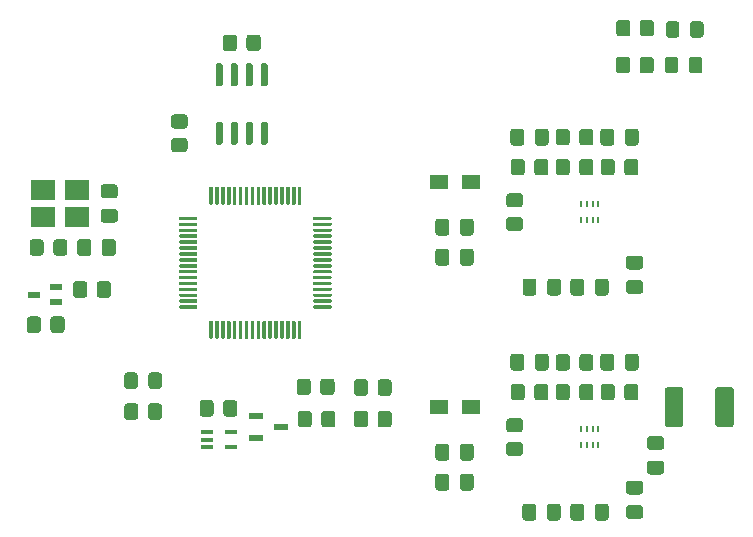
<source format=gtp>
G04 #@! TF.GenerationSoftware,KiCad,Pcbnew,(5.1.12)-1*
G04 #@! TF.CreationDate,2022-07-24T10:45:22+02:00*
G04 #@! TF.ProjectId,telemetria tyl,74656c65-6d65-4747-9269-612074796c2e,rev?*
G04 #@! TF.SameCoordinates,Original*
G04 #@! TF.FileFunction,Paste,Top*
G04 #@! TF.FilePolarity,Positive*
%FSLAX46Y46*%
G04 Gerber Fmt 4.6, Leading zero omitted, Abs format (unit mm)*
G04 Created by KiCad (PCBNEW (5.1.12)-1) date 2022-07-24 10:45:22*
%MOMM*%
%LPD*%
G01*
G04 APERTURE LIST*
%ADD10R,0.250000X0.600000*%
%ADD11R,1.500000X1.200000*%
%ADD12R,2.100000X1.800000*%
%ADD13R,1.000000X0.550000*%
%ADD14R,1.050000X0.400000*%
%ADD15R,1.300000X0.600000*%
G04 APERTURE END LIST*
D10*
X184670000Y-136590000D03*
X185170000Y-136590000D03*
X185670000Y-136590000D03*
X186170000Y-136590000D03*
X186170000Y-135190000D03*
X185670000Y-135190000D03*
X185170000Y-135190000D03*
X184670000Y-135190000D03*
G36*
G01*
X183795000Y-142715000D02*
X183795000Y-141765000D01*
G75*
G02*
X184045000Y-141515000I250000J0D01*
G01*
X184720000Y-141515000D01*
G75*
G02*
X184970000Y-141765000I0J-250000D01*
G01*
X184970000Y-142715000D01*
G75*
G02*
X184720000Y-142965000I-250000J0D01*
G01*
X184045000Y-142965000D01*
G75*
G02*
X183795000Y-142715000I0J250000D01*
G01*
G37*
G36*
G01*
X185870000Y-142715000D02*
X185870000Y-141765000D01*
G75*
G02*
X186120000Y-141515000I250000J0D01*
G01*
X186795000Y-141515000D01*
G75*
G02*
X187045000Y-141765000I0J-250000D01*
G01*
X187045000Y-142715000D01*
G75*
G02*
X186795000Y-142965000I-250000J0D01*
G01*
X186120000Y-142965000D01*
G75*
G02*
X185870000Y-142715000I0J250000D01*
G01*
G37*
G36*
G01*
X185870000Y-123665000D02*
X185870000Y-122715000D01*
G75*
G02*
X186120000Y-122465000I250000J0D01*
G01*
X186795000Y-122465000D01*
G75*
G02*
X187045000Y-122715000I0J-250000D01*
G01*
X187045000Y-123665000D01*
G75*
G02*
X186795000Y-123915000I-250000J0D01*
G01*
X186120000Y-123915000D01*
G75*
G02*
X185870000Y-123665000I0J250000D01*
G01*
G37*
G36*
G01*
X183795000Y-123665000D02*
X183795000Y-122715000D01*
G75*
G02*
X184045000Y-122465000I250000J0D01*
G01*
X184720000Y-122465000D01*
G75*
G02*
X184970000Y-122715000I0J-250000D01*
G01*
X184970000Y-123665000D01*
G75*
G02*
X184720000Y-123915000I-250000J0D01*
G01*
X184045000Y-123915000D01*
G75*
G02*
X183795000Y-123665000I0J250000D01*
G01*
G37*
G36*
G01*
X179752500Y-123665000D02*
X179752500Y-122715000D01*
G75*
G02*
X180002500Y-122465000I250000J0D01*
G01*
X180677500Y-122465000D01*
G75*
G02*
X180927500Y-122715000I0J-250000D01*
G01*
X180927500Y-123665000D01*
G75*
G02*
X180677500Y-123915000I-250000J0D01*
G01*
X180002500Y-123915000D01*
G75*
G02*
X179752500Y-123665000I0J250000D01*
G01*
G37*
G36*
G01*
X181827500Y-123665000D02*
X181827500Y-122715000D01*
G75*
G02*
X182077500Y-122465000I250000J0D01*
G01*
X182752500Y-122465000D01*
G75*
G02*
X183002500Y-122715000I0J-250000D01*
G01*
X183002500Y-123665000D01*
G75*
G02*
X182752500Y-123915000I-250000J0D01*
G01*
X182077500Y-123915000D01*
G75*
G02*
X181827500Y-123665000I0J250000D01*
G01*
G37*
G36*
G01*
X179731000Y-142715000D02*
X179731000Y-141765000D01*
G75*
G02*
X179981000Y-141515000I250000J0D01*
G01*
X180656000Y-141515000D01*
G75*
G02*
X180906000Y-141765000I0J-250000D01*
G01*
X180906000Y-142715000D01*
G75*
G02*
X180656000Y-142965000I-250000J0D01*
G01*
X179981000Y-142965000D01*
G75*
G02*
X179731000Y-142715000I0J250000D01*
G01*
G37*
G36*
G01*
X181806000Y-142715000D02*
X181806000Y-141765000D01*
G75*
G02*
X182056000Y-141515000I250000J0D01*
G01*
X182731000Y-141515000D01*
G75*
G02*
X182981000Y-141765000I0J-250000D01*
G01*
X182981000Y-142715000D01*
G75*
G02*
X182731000Y-142965000I-250000J0D01*
G01*
X182056000Y-142965000D01*
G75*
G02*
X181806000Y-142715000I0J250000D01*
G01*
G37*
G36*
G01*
X188755000Y-122602500D02*
X189705000Y-122602500D01*
G75*
G02*
X189955000Y-122852500I0J-250000D01*
G01*
X189955000Y-123527500D01*
G75*
G02*
X189705000Y-123777500I-250000J0D01*
G01*
X188755000Y-123777500D01*
G75*
G02*
X188505000Y-123527500I0J250000D01*
G01*
X188505000Y-122852500D01*
G75*
G02*
X188755000Y-122602500I250000J0D01*
G01*
G37*
G36*
G01*
X188755000Y-120527500D02*
X189705000Y-120527500D01*
G75*
G02*
X189955000Y-120777500I0J-250000D01*
G01*
X189955000Y-121452500D01*
G75*
G02*
X189705000Y-121702500I-250000J0D01*
G01*
X188755000Y-121702500D01*
G75*
G02*
X188505000Y-121452500I0J250000D01*
G01*
X188505000Y-120777500D01*
G75*
G02*
X188755000Y-120527500I250000J0D01*
G01*
G37*
G36*
G01*
X188755000Y-141652500D02*
X189705000Y-141652500D01*
G75*
G02*
X189955000Y-141902500I0J-250000D01*
G01*
X189955000Y-142577500D01*
G75*
G02*
X189705000Y-142827500I-250000J0D01*
G01*
X188755000Y-142827500D01*
G75*
G02*
X188505000Y-142577500I0J250000D01*
G01*
X188505000Y-141902500D01*
G75*
G02*
X188755000Y-141652500I250000J0D01*
G01*
G37*
G36*
G01*
X188755000Y-139577500D02*
X189705000Y-139577500D01*
G75*
G02*
X189955000Y-139827500I0J-250000D01*
G01*
X189955000Y-140502500D01*
G75*
G02*
X189705000Y-140752500I-250000J0D01*
G01*
X188755000Y-140752500D01*
G75*
G02*
X188505000Y-140502500I0J250000D01*
G01*
X188505000Y-139827500D01*
G75*
G02*
X188755000Y-139577500I250000J0D01*
G01*
G37*
G36*
G01*
X189585000Y-110015000D02*
X189585000Y-110965000D01*
G75*
G02*
X189335000Y-111215000I-250000J0D01*
G01*
X188660000Y-111215000D01*
G75*
G02*
X188410000Y-110965000I0J250000D01*
G01*
X188410000Y-110015000D01*
G75*
G02*
X188660000Y-109765000I250000J0D01*
G01*
X189335000Y-109765000D01*
G75*
G02*
X189585000Y-110015000I0J-250000D01*
G01*
G37*
G36*
G01*
X187510000Y-110015000D02*
X187510000Y-110965000D01*
G75*
G02*
X187260000Y-111215000I-250000J0D01*
G01*
X186585000Y-111215000D01*
G75*
G02*
X186335000Y-110965000I0J250000D01*
G01*
X186335000Y-110015000D01*
G75*
G02*
X186585000Y-109765000I250000J0D01*
G01*
X187260000Y-109765000D01*
G75*
G02*
X187510000Y-110015000I0J-250000D01*
G01*
G37*
G36*
G01*
X187510000Y-129065000D02*
X187510000Y-130015000D01*
G75*
G02*
X187260000Y-130265000I-250000J0D01*
G01*
X186585000Y-130265000D01*
G75*
G02*
X186335000Y-130015000I0J250000D01*
G01*
X186335000Y-129065000D01*
G75*
G02*
X186585000Y-128815000I250000J0D01*
G01*
X187260000Y-128815000D01*
G75*
G02*
X187510000Y-129065000I0J-250000D01*
G01*
G37*
G36*
G01*
X189585000Y-129065000D02*
X189585000Y-130015000D01*
G75*
G02*
X189335000Y-130265000I-250000J0D01*
G01*
X188660000Y-130265000D01*
G75*
G02*
X188410000Y-130015000I0J250000D01*
G01*
X188410000Y-129065000D01*
G75*
G02*
X188660000Y-128815000I250000J0D01*
G01*
X189335000Y-128815000D01*
G75*
G02*
X189585000Y-129065000I0J-250000D01*
G01*
G37*
G36*
G01*
X174440000Y-118585000D02*
X174440000Y-117635000D01*
G75*
G02*
X174690000Y-117385000I250000J0D01*
G01*
X175365000Y-117385000D01*
G75*
G02*
X175615000Y-117635000I0J-250000D01*
G01*
X175615000Y-118585000D01*
G75*
G02*
X175365000Y-118835000I-250000J0D01*
G01*
X174690000Y-118835000D01*
G75*
G02*
X174440000Y-118585000I0J250000D01*
G01*
G37*
G36*
G01*
X172365000Y-118585000D02*
X172365000Y-117635000D01*
G75*
G02*
X172615000Y-117385000I250000J0D01*
G01*
X173290000Y-117385000D01*
G75*
G02*
X173540000Y-117635000I0J-250000D01*
G01*
X173540000Y-118585000D01*
G75*
G02*
X173290000Y-118835000I-250000J0D01*
G01*
X172615000Y-118835000D01*
G75*
G02*
X172365000Y-118585000I0J250000D01*
G01*
G37*
G36*
G01*
X174440000Y-137635000D02*
X174440000Y-136685000D01*
G75*
G02*
X174690000Y-136435000I250000J0D01*
G01*
X175365000Y-136435000D01*
G75*
G02*
X175615000Y-136685000I0J-250000D01*
G01*
X175615000Y-137635000D01*
G75*
G02*
X175365000Y-137885000I-250000J0D01*
G01*
X174690000Y-137885000D01*
G75*
G02*
X174440000Y-137635000I0J250000D01*
G01*
G37*
G36*
G01*
X172365000Y-137635000D02*
X172365000Y-136685000D01*
G75*
G02*
X172615000Y-136435000I250000J0D01*
G01*
X173290000Y-136435000D01*
G75*
G02*
X173540000Y-136685000I0J-250000D01*
G01*
X173540000Y-137635000D01*
G75*
G02*
X173290000Y-137885000I-250000J0D01*
G01*
X172615000Y-137885000D01*
G75*
G02*
X172365000Y-137635000I0J250000D01*
G01*
G37*
G36*
G01*
X178715000Y-130015000D02*
X178715000Y-129065000D01*
G75*
G02*
X178965000Y-128815000I250000J0D01*
G01*
X179640000Y-128815000D01*
G75*
G02*
X179890000Y-129065000I0J-250000D01*
G01*
X179890000Y-130015000D01*
G75*
G02*
X179640000Y-130265000I-250000J0D01*
G01*
X178965000Y-130265000D01*
G75*
G02*
X178715000Y-130015000I0J250000D01*
G01*
G37*
G36*
G01*
X180790000Y-130015000D02*
X180790000Y-129065000D01*
G75*
G02*
X181040000Y-128815000I250000J0D01*
G01*
X181715000Y-128815000D01*
G75*
G02*
X181965000Y-129065000I0J-250000D01*
G01*
X181965000Y-130015000D01*
G75*
G02*
X181715000Y-130265000I-250000J0D01*
G01*
X181040000Y-130265000D01*
G75*
G02*
X180790000Y-130015000I0J250000D01*
G01*
G37*
G36*
G01*
X190533000Y-137885500D02*
X191483000Y-137885500D01*
G75*
G02*
X191733000Y-138135500I0J-250000D01*
G01*
X191733000Y-138810500D01*
G75*
G02*
X191483000Y-139060500I-250000J0D01*
G01*
X190533000Y-139060500D01*
G75*
G02*
X190283000Y-138810500I0J250000D01*
G01*
X190283000Y-138135500D01*
G75*
G02*
X190533000Y-137885500I250000J0D01*
G01*
G37*
G36*
G01*
X190533000Y-135810500D02*
X191483000Y-135810500D01*
G75*
G02*
X191733000Y-136060500I0J-250000D01*
G01*
X191733000Y-136735500D01*
G75*
G02*
X191483000Y-136985500I-250000J0D01*
G01*
X190533000Y-136985500D01*
G75*
G02*
X190283000Y-136735500I0J250000D01*
G01*
X190283000Y-136060500D01*
G75*
G02*
X190533000Y-135810500I250000J0D01*
G01*
G37*
G36*
G01*
X178715000Y-110965000D02*
X178715000Y-110015000D01*
G75*
G02*
X178965000Y-109765000I250000J0D01*
G01*
X179640000Y-109765000D01*
G75*
G02*
X179890000Y-110015000I0J-250000D01*
G01*
X179890000Y-110965000D01*
G75*
G02*
X179640000Y-111215000I-250000J0D01*
G01*
X178965000Y-111215000D01*
G75*
G02*
X178715000Y-110965000I0J250000D01*
G01*
G37*
G36*
G01*
X180790000Y-110965000D02*
X180790000Y-110015000D01*
G75*
G02*
X181040000Y-109765000I250000J0D01*
G01*
X181715000Y-109765000D01*
G75*
G02*
X181965000Y-110015000I0J-250000D01*
G01*
X181965000Y-110965000D01*
G75*
G02*
X181715000Y-111215000I-250000J0D01*
G01*
X181040000Y-111215000D01*
G75*
G02*
X180790000Y-110965000I0J250000D01*
G01*
G37*
G36*
G01*
X144279600Y-116562200D02*
X145229600Y-116562200D01*
G75*
G02*
X145479600Y-116812200I0J-250000D01*
G01*
X145479600Y-117487200D01*
G75*
G02*
X145229600Y-117737200I-250000J0D01*
G01*
X144279600Y-117737200D01*
G75*
G02*
X144029600Y-117487200I0J250000D01*
G01*
X144029600Y-116812200D01*
G75*
G02*
X144279600Y-116562200I250000J0D01*
G01*
G37*
G36*
G01*
X144279600Y-114487200D02*
X145229600Y-114487200D01*
G75*
G02*
X145479600Y-114737200I0J-250000D01*
G01*
X145479600Y-115412200D01*
G75*
G02*
X145229600Y-115662200I-250000J0D01*
G01*
X144279600Y-115662200D01*
G75*
G02*
X144029600Y-115412200I0J250000D01*
G01*
X144029600Y-114737200D01*
G75*
G02*
X144279600Y-114487200I250000J0D01*
G01*
G37*
G36*
G01*
X142050100Y-120312200D02*
X142050100Y-119362200D01*
G75*
G02*
X142300100Y-119112200I250000J0D01*
G01*
X142975100Y-119112200D01*
G75*
G02*
X143225100Y-119362200I0J-250000D01*
G01*
X143225100Y-120312200D01*
G75*
G02*
X142975100Y-120562200I-250000J0D01*
G01*
X142300100Y-120562200D01*
G75*
G02*
X142050100Y-120312200I0J250000D01*
G01*
G37*
G36*
G01*
X144125100Y-120312200D02*
X144125100Y-119362200D01*
G75*
G02*
X144375100Y-119112200I250000J0D01*
G01*
X145050100Y-119112200D01*
G75*
G02*
X145300100Y-119362200I0J-250000D01*
G01*
X145300100Y-120312200D01*
G75*
G02*
X145050100Y-120562200I-250000J0D01*
G01*
X144375100Y-120562200D01*
G75*
G02*
X144125100Y-120312200I0J250000D01*
G01*
G37*
G36*
G01*
X146022701Y-131562802D02*
X146022701Y-130662800D01*
G75*
G02*
X146272700Y-130412801I249999J0D01*
G01*
X146922702Y-130412801D01*
G75*
G02*
X147172701Y-130662800I0J-249999D01*
G01*
X147172701Y-131562802D01*
G75*
G02*
X146922702Y-131812801I-249999J0D01*
G01*
X146272700Y-131812801D01*
G75*
G02*
X146022701Y-131562802I0J249999D01*
G01*
G37*
G36*
G01*
X148072701Y-131562802D02*
X148072701Y-130662800D01*
G75*
G02*
X148322700Y-130412801I249999J0D01*
G01*
X148972702Y-130412801D01*
G75*
G02*
X149222701Y-130662800I0J-249999D01*
G01*
X149222701Y-131562802D01*
G75*
G02*
X148972702Y-131812801I-249999J0D01*
G01*
X148322700Y-131812801D01*
G75*
G02*
X148072701Y-131562802I0J249999D01*
G01*
G37*
G36*
G01*
X193933301Y-101831402D02*
X193933301Y-100931400D01*
G75*
G02*
X194183300Y-100681401I249999J0D01*
G01*
X194833302Y-100681401D01*
G75*
G02*
X195083301Y-100931400I0J-249999D01*
G01*
X195083301Y-101831402D01*
G75*
G02*
X194833302Y-102081401I-249999J0D01*
G01*
X194183300Y-102081401D01*
G75*
G02*
X193933301Y-101831402I0J249999D01*
G01*
G37*
G36*
G01*
X191883301Y-101831402D02*
X191883301Y-100931400D01*
G75*
G02*
X192133300Y-100681401I249999J0D01*
G01*
X192783302Y-100681401D01*
G75*
G02*
X193033301Y-100931400I0J-249999D01*
G01*
X193033301Y-101831402D01*
G75*
G02*
X192783302Y-102081401I-249999J0D01*
G01*
X192133300Y-102081401D01*
G75*
G02*
X191883301Y-101831402I0J249999D01*
G01*
G37*
G36*
G01*
X191779200Y-104844001D02*
X191779200Y-103943999D01*
G75*
G02*
X192029199Y-103694000I249999J0D01*
G01*
X192679201Y-103694000D01*
G75*
G02*
X192929200Y-103943999I0J-249999D01*
G01*
X192929200Y-104844001D01*
G75*
G02*
X192679201Y-105094000I-249999J0D01*
G01*
X192029199Y-105094000D01*
G75*
G02*
X191779200Y-104844001I0J249999D01*
G01*
G37*
G36*
G01*
X193829200Y-104844001D02*
X193829200Y-103943999D01*
G75*
G02*
X194079199Y-103694000I249999J0D01*
G01*
X194729201Y-103694000D01*
G75*
G02*
X194979200Y-103943999I0J-249999D01*
G01*
X194979200Y-104844001D01*
G75*
G02*
X194729201Y-105094000I-249999J0D01*
G01*
X194079199Y-105094000D01*
G75*
G02*
X193829200Y-104844001I0J249999D01*
G01*
G37*
G36*
G01*
X191787500Y-134800001D02*
X191787500Y-131899999D01*
G75*
G02*
X192037499Y-131650000I249999J0D01*
G01*
X193112501Y-131650000D01*
G75*
G02*
X193362500Y-131899999I0J-249999D01*
G01*
X193362500Y-134800001D01*
G75*
G02*
X193112501Y-135050000I-249999J0D01*
G01*
X192037499Y-135050000D01*
G75*
G02*
X191787500Y-134800001I0J249999D01*
G01*
G37*
G36*
G01*
X196062500Y-134800001D02*
X196062500Y-131899999D01*
G75*
G02*
X196312499Y-131650000I249999J0D01*
G01*
X197387501Y-131650000D01*
G75*
G02*
X197637500Y-131899999I0J-249999D01*
G01*
X197637500Y-134800001D01*
G75*
G02*
X197387501Y-135050000I-249999J0D01*
G01*
X196312499Y-135050000D01*
G75*
G02*
X196062500Y-134800001I0J249999D01*
G01*
G37*
X184670000Y-116140000D03*
X185170000Y-116140000D03*
X185670000Y-116140000D03*
X186170000Y-116140000D03*
X186170000Y-117540000D03*
X185670000Y-117540000D03*
X185170000Y-117540000D03*
X184670000Y-117540000D03*
D11*
X175340000Y-114300000D03*
X172640000Y-114300000D03*
X172640000Y-133350000D03*
X175340000Y-133350000D03*
G36*
G01*
X150235499Y-110572500D02*
X151135501Y-110572500D01*
G75*
G02*
X151385500Y-110822499I0J-249999D01*
G01*
X151385500Y-111522501D01*
G75*
G02*
X151135501Y-111772500I-249999J0D01*
G01*
X150235499Y-111772500D01*
G75*
G02*
X149985500Y-111522501I0J249999D01*
G01*
X149985500Y-110822499D01*
G75*
G02*
X150235499Y-110572500I249999J0D01*
G01*
G37*
G36*
G01*
X150235499Y-108572500D02*
X151135501Y-108572500D01*
G75*
G02*
X151385500Y-108822499I0J-249999D01*
G01*
X151385500Y-109522501D01*
G75*
G02*
X151135501Y-109772500I-249999J0D01*
G01*
X150235499Y-109772500D01*
G75*
G02*
X149985500Y-109522501I0J249999D01*
G01*
X149985500Y-108822499D01*
G75*
G02*
X150235499Y-108572500I249999J0D01*
G01*
G37*
G36*
G01*
X179520001Y-116440000D02*
X178619999Y-116440000D01*
G75*
G02*
X178370000Y-116190001I0J249999D01*
G01*
X178370000Y-115489999D01*
G75*
G02*
X178619999Y-115240000I249999J0D01*
G01*
X179520001Y-115240000D01*
G75*
G02*
X179770000Y-115489999I0J-249999D01*
G01*
X179770000Y-116190001D01*
G75*
G02*
X179520001Y-116440000I-249999J0D01*
G01*
G37*
G36*
G01*
X179520001Y-118440000D02*
X178619999Y-118440000D01*
G75*
G02*
X178370000Y-118190001I0J249999D01*
G01*
X178370000Y-117489999D01*
G75*
G02*
X178619999Y-117240000I249999J0D01*
G01*
X179520001Y-117240000D01*
G75*
G02*
X179770000Y-117489999I0J-249999D01*
G01*
X179770000Y-118190001D01*
G75*
G02*
X179520001Y-118440000I-249999J0D01*
G01*
G37*
G36*
G01*
X179520001Y-135490000D02*
X178619999Y-135490000D01*
G75*
G02*
X178370000Y-135240001I0J249999D01*
G01*
X178370000Y-134539999D01*
G75*
G02*
X178619999Y-134290000I249999J0D01*
G01*
X179520001Y-134290000D01*
G75*
G02*
X179770000Y-134539999I0J-249999D01*
G01*
X179770000Y-135240001D01*
G75*
G02*
X179520001Y-135490000I-249999J0D01*
G01*
G37*
G36*
G01*
X179520001Y-137490000D02*
X178619999Y-137490000D01*
G75*
G02*
X178370000Y-137240001I0J249999D01*
G01*
X178370000Y-136539999D01*
G75*
G02*
X178619999Y-136290000I249999J0D01*
G01*
X179520001Y-136290000D01*
G75*
G02*
X179770000Y-136539999I0J-249999D01*
G01*
X179770000Y-137240001D01*
G75*
G02*
X179520001Y-137490000I-249999J0D01*
G01*
G37*
G36*
G01*
X186360000Y-113480001D02*
X186360000Y-112579999D01*
G75*
G02*
X186609999Y-112330000I249999J0D01*
G01*
X187310001Y-112330000D01*
G75*
G02*
X187560000Y-112579999I0J-249999D01*
G01*
X187560000Y-113480001D01*
G75*
G02*
X187310001Y-113730000I-249999J0D01*
G01*
X186609999Y-113730000D01*
G75*
G02*
X186360000Y-113480001I0J249999D01*
G01*
G37*
G36*
G01*
X188360000Y-113480001D02*
X188360000Y-112579999D01*
G75*
G02*
X188609999Y-112330000I249999J0D01*
G01*
X189310001Y-112330000D01*
G75*
G02*
X189560000Y-112579999I0J-249999D01*
G01*
X189560000Y-113480001D01*
G75*
G02*
X189310001Y-113730000I-249999J0D01*
G01*
X188609999Y-113730000D01*
G75*
G02*
X188360000Y-113480001I0J249999D01*
G01*
G37*
G36*
G01*
X188360000Y-132530001D02*
X188360000Y-131629999D01*
G75*
G02*
X188609999Y-131380000I249999J0D01*
G01*
X189310001Y-131380000D01*
G75*
G02*
X189560000Y-131629999I0J-249999D01*
G01*
X189560000Y-132530001D01*
G75*
G02*
X189310001Y-132780000I-249999J0D01*
G01*
X188609999Y-132780000D01*
G75*
G02*
X188360000Y-132530001I0J249999D01*
G01*
G37*
G36*
G01*
X186360000Y-132530001D02*
X186360000Y-131629999D01*
G75*
G02*
X186609999Y-131380000I249999J0D01*
G01*
X187310001Y-131380000D01*
G75*
G02*
X187560000Y-131629999I0J-249999D01*
G01*
X187560000Y-132530001D01*
G75*
G02*
X187310001Y-132780000I-249999J0D01*
G01*
X186609999Y-132780000D01*
G75*
G02*
X186360000Y-132530001I0J249999D01*
G01*
G37*
G36*
G01*
X184550000Y-132530001D02*
X184550000Y-131629999D01*
G75*
G02*
X184799999Y-131380000I249999J0D01*
G01*
X185500001Y-131380000D01*
G75*
G02*
X185750000Y-131629999I0J-249999D01*
G01*
X185750000Y-132530001D01*
G75*
G02*
X185500001Y-132780000I-249999J0D01*
G01*
X184799999Y-132780000D01*
G75*
G02*
X184550000Y-132530001I0J249999D01*
G01*
G37*
G36*
G01*
X182550000Y-132530001D02*
X182550000Y-131629999D01*
G75*
G02*
X182799999Y-131380000I249999J0D01*
G01*
X183500001Y-131380000D01*
G75*
G02*
X183750000Y-131629999I0J-249999D01*
G01*
X183750000Y-132530001D01*
G75*
G02*
X183500001Y-132780000I-249999J0D01*
G01*
X182799999Y-132780000D01*
G75*
G02*
X182550000Y-132530001I0J249999D01*
G01*
G37*
G36*
G01*
X182550000Y-113480001D02*
X182550000Y-112579999D01*
G75*
G02*
X182799999Y-112330000I249999J0D01*
G01*
X183500001Y-112330000D01*
G75*
G02*
X183750000Y-112579999I0J-249999D01*
G01*
X183750000Y-113480001D01*
G75*
G02*
X183500001Y-113730000I-249999J0D01*
G01*
X182799999Y-113730000D01*
G75*
G02*
X182550000Y-113480001I0J249999D01*
G01*
G37*
G36*
G01*
X184550000Y-113480001D02*
X184550000Y-112579999D01*
G75*
G02*
X184799999Y-112330000I249999J0D01*
G01*
X185500001Y-112330000D01*
G75*
G02*
X185750000Y-112579999I0J-249999D01*
G01*
X185750000Y-113480001D01*
G75*
G02*
X185500001Y-113730000I-249999J0D01*
G01*
X184799999Y-113730000D01*
G75*
G02*
X184550000Y-113480001I0J249999D01*
G01*
G37*
G36*
G01*
X182550000Y-130015401D02*
X182550000Y-129115399D01*
G75*
G02*
X182799999Y-128865400I249999J0D01*
G01*
X183500001Y-128865400D01*
G75*
G02*
X183750000Y-129115399I0J-249999D01*
G01*
X183750000Y-130015401D01*
G75*
G02*
X183500001Y-130265400I-249999J0D01*
G01*
X182799999Y-130265400D01*
G75*
G02*
X182550000Y-130015401I0J249999D01*
G01*
G37*
G36*
G01*
X184550000Y-130015401D02*
X184550000Y-129115399D01*
G75*
G02*
X184799999Y-128865400I249999J0D01*
G01*
X185500001Y-128865400D01*
G75*
G02*
X185750000Y-129115399I0J-249999D01*
G01*
X185750000Y-130015401D01*
G75*
G02*
X185500001Y-130265400I-249999J0D01*
G01*
X184799999Y-130265400D01*
G75*
G02*
X184550000Y-130015401I0J249999D01*
G01*
G37*
G36*
G01*
X182550000Y-110940001D02*
X182550000Y-110039999D01*
G75*
G02*
X182799999Y-109790000I249999J0D01*
G01*
X183500001Y-109790000D01*
G75*
G02*
X183750000Y-110039999I0J-249999D01*
G01*
X183750000Y-110940001D01*
G75*
G02*
X183500001Y-111190000I-249999J0D01*
G01*
X182799999Y-111190000D01*
G75*
G02*
X182550000Y-110940001I0J249999D01*
G01*
G37*
G36*
G01*
X184550000Y-110940001D02*
X184550000Y-110039999D01*
G75*
G02*
X184799999Y-109790000I249999J0D01*
G01*
X185500001Y-109790000D01*
G75*
G02*
X185750000Y-110039999I0J-249999D01*
G01*
X185750000Y-110940001D01*
G75*
G02*
X185500001Y-111190000I-249999J0D01*
G01*
X184799999Y-111190000D01*
G75*
G02*
X184550000Y-110940001I0J249999D01*
G01*
G37*
G36*
G01*
X178740000Y-132530001D02*
X178740000Y-131629999D01*
G75*
G02*
X178989999Y-131380000I249999J0D01*
G01*
X179690001Y-131380000D01*
G75*
G02*
X179940000Y-131629999I0J-249999D01*
G01*
X179940000Y-132530001D01*
G75*
G02*
X179690001Y-132780000I-249999J0D01*
G01*
X178989999Y-132780000D01*
G75*
G02*
X178740000Y-132530001I0J249999D01*
G01*
G37*
G36*
G01*
X180740000Y-132530001D02*
X180740000Y-131629999D01*
G75*
G02*
X180989999Y-131380000I249999J0D01*
G01*
X181690001Y-131380000D01*
G75*
G02*
X181940000Y-131629999I0J-249999D01*
G01*
X181940000Y-132530001D01*
G75*
G02*
X181690001Y-132780000I-249999J0D01*
G01*
X180989999Y-132780000D01*
G75*
G02*
X180740000Y-132530001I0J249999D01*
G01*
G37*
G36*
G01*
X148024800Y-134181001D02*
X148024800Y-133280999D01*
G75*
G02*
X148274799Y-133031000I249999J0D01*
G01*
X148974801Y-133031000D01*
G75*
G02*
X149224800Y-133280999I0J-249999D01*
G01*
X149224800Y-134181001D01*
G75*
G02*
X148974801Y-134431000I-249999J0D01*
G01*
X148274799Y-134431000D01*
G75*
G02*
X148024800Y-134181001I0J249999D01*
G01*
G37*
G36*
G01*
X146024800Y-134181001D02*
X146024800Y-133280999D01*
G75*
G02*
X146274799Y-133031000I249999J0D01*
G01*
X146974801Y-133031000D01*
G75*
G02*
X147224800Y-133280999I0J-249999D01*
G01*
X147224800Y-134181001D01*
G75*
G02*
X146974801Y-134431000I-249999J0D01*
G01*
X146274799Y-134431000D01*
G75*
G02*
X146024800Y-134181001I0J249999D01*
G01*
G37*
G36*
G01*
X190880800Y-100819799D02*
X190880800Y-101719801D01*
G75*
G02*
X190630801Y-101969800I-249999J0D01*
G01*
X189930799Y-101969800D01*
G75*
G02*
X189680800Y-101719801I0J249999D01*
G01*
X189680800Y-100819799D01*
G75*
G02*
X189930799Y-100569800I249999J0D01*
G01*
X190630801Y-100569800D01*
G75*
G02*
X190880800Y-100819799I0J-249999D01*
G01*
G37*
G36*
G01*
X188880800Y-100819799D02*
X188880800Y-101719801D01*
G75*
G02*
X188630801Y-101969800I-249999J0D01*
G01*
X187930799Y-101969800D01*
G75*
G02*
X187680800Y-101719801I0J249999D01*
G01*
X187680800Y-100819799D01*
G75*
G02*
X187930799Y-100569800I249999J0D01*
G01*
X188630801Y-100569800D01*
G75*
G02*
X188880800Y-100819799I0J-249999D01*
G01*
G37*
G36*
G01*
X190855400Y-103943999D02*
X190855400Y-104844001D01*
G75*
G02*
X190605401Y-105094000I-249999J0D01*
G01*
X189905399Y-105094000D01*
G75*
G02*
X189655400Y-104844001I0J249999D01*
G01*
X189655400Y-103943999D01*
G75*
G02*
X189905399Y-103694000I249999J0D01*
G01*
X190605401Y-103694000D01*
G75*
G02*
X190855400Y-103943999I0J-249999D01*
G01*
G37*
G36*
G01*
X188855400Y-103943999D02*
X188855400Y-104844001D01*
G75*
G02*
X188605401Y-105094000I-249999J0D01*
G01*
X187905399Y-105094000D01*
G75*
G02*
X187655400Y-104844001I0J249999D01*
G01*
X187655400Y-103943999D01*
G75*
G02*
X187905399Y-103694000I249999J0D01*
G01*
X188605401Y-103694000D01*
G75*
G02*
X188855400Y-103943999I0J-249999D01*
G01*
G37*
G36*
G01*
X180740000Y-113480001D02*
X180740000Y-112579999D01*
G75*
G02*
X180989999Y-112330000I249999J0D01*
G01*
X181690001Y-112330000D01*
G75*
G02*
X181940000Y-112579999I0J-249999D01*
G01*
X181940000Y-113480001D01*
G75*
G02*
X181690001Y-113730000I-249999J0D01*
G01*
X180989999Y-113730000D01*
G75*
G02*
X180740000Y-113480001I0J249999D01*
G01*
G37*
G36*
G01*
X178740000Y-113480001D02*
X178740000Y-112579999D01*
G75*
G02*
X178989999Y-112330000I249999J0D01*
G01*
X179690001Y-112330000D01*
G75*
G02*
X179940000Y-112579999I0J-249999D01*
G01*
X179940000Y-113480001D01*
G75*
G02*
X179690001Y-113730000I-249999J0D01*
G01*
X178989999Y-113730000D01*
G75*
G02*
X178740000Y-113480001I0J249999D01*
G01*
G37*
G36*
G01*
X143694100Y-123843201D02*
X143694100Y-122943199D01*
G75*
G02*
X143944099Y-122693200I249999J0D01*
G01*
X144644101Y-122693200D01*
G75*
G02*
X144894100Y-122943199I0J-249999D01*
G01*
X144894100Y-123843201D01*
G75*
G02*
X144644101Y-124093200I-249999J0D01*
G01*
X143944099Y-124093200D01*
G75*
G02*
X143694100Y-123843201I0J249999D01*
G01*
G37*
G36*
G01*
X141694100Y-123843201D02*
X141694100Y-122943199D01*
G75*
G02*
X141944099Y-122693200I249999J0D01*
G01*
X142644101Y-122693200D01*
G75*
G02*
X142894100Y-122943199I0J-249999D01*
G01*
X142894100Y-123843201D01*
G75*
G02*
X142644101Y-124093200I-249999J0D01*
G01*
X141944099Y-124093200D01*
G75*
G02*
X141694100Y-123843201I0J249999D01*
G01*
G37*
G36*
G01*
X163906000Y-133915999D02*
X163906000Y-134816001D01*
G75*
G02*
X163656001Y-135066000I-249999J0D01*
G01*
X162955999Y-135066000D01*
G75*
G02*
X162706000Y-134816001I0J249999D01*
G01*
X162706000Y-133915999D01*
G75*
G02*
X162955999Y-133666000I249999J0D01*
G01*
X163656001Y-133666000D01*
G75*
G02*
X163906000Y-133915999I0J-249999D01*
G01*
G37*
G36*
G01*
X161906000Y-133915999D02*
X161906000Y-134816001D01*
G75*
G02*
X161656001Y-135066000I-249999J0D01*
G01*
X160955999Y-135066000D01*
G75*
G02*
X160706000Y-134816001I0J249999D01*
G01*
X160706000Y-133915999D01*
G75*
G02*
X160955999Y-133666000I249999J0D01*
G01*
X161656001Y-133666000D01*
G75*
G02*
X161906000Y-133915999I0J-249999D01*
G01*
G37*
G36*
G01*
X161826500Y-131185499D02*
X161826500Y-132085501D01*
G75*
G02*
X161576501Y-132335500I-249999J0D01*
G01*
X160876499Y-132335500D01*
G75*
G02*
X160626500Y-132085501I0J249999D01*
G01*
X160626500Y-131185499D01*
G75*
G02*
X160876499Y-130935500I249999J0D01*
G01*
X161576501Y-130935500D01*
G75*
G02*
X161826500Y-131185499I0J-249999D01*
G01*
G37*
G36*
G01*
X163826500Y-131185499D02*
X163826500Y-132085501D01*
G75*
G02*
X163576501Y-132335500I-249999J0D01*
G01*
X162876499Y-132335500D01*
G75*
G02*
X162626500Y-132085501I0J249999D01*
G01*
X162626500Y-131185499D01*
G75*
G02*
X162876499Y-130935500I249999J0D01*
G01*
X163576501Y-130935500D01*
G75*
G02*
X163826500Y-131185499I0J-249999D01*
G01*
G37*
G36*
G01*
X168668500Y-133915999D02*
X168668500Y-134816001D01*
G75*
G02*
X168418501Y-135066000I-249999J0D01*
G01*
X167718499Y-135066000D01*
G75*
G02*
X167468500Y-134816001I0J249999D01*
G01*
X167468500Y-133915999D01*
G75*
G02*
X167718499Y-133666000I249999J0D01*
G01*
X168418501Y-133666000D01*
G75*
G02*
X168668500Y-133915999I0J-249999D01*
G01*
G37*
G36*
G01*
X166668500Y-133915999D02*
X166668500Y-134816001D01*
G75*
G02*
X166418501Y-135066000I-249999J0D01*
G01*
X165718499Y-135066000D01*
G75*
G02*
X165468500Y-134816001I0J249999D01*
G01*
X165468500Y-133915999D01*
G75*
G02*
X165718499Y-133666000I249999J0D01*
G01*
X166418501Y-133666000D01*
G75*
G02*
X166668500Y-133915999I0J-249999D01*
G01*
G37*
G36*
G01*
X168668500Y-131248999D02*
X168668500Y-132149001D01*
G75*
G02*
X168418501Y-132399000I-249999J0D01*
G01*
X167718499Y-132399000D01*
G75*
G02*
X167468500Y-132149001I0J249999D01*
G01*
X167468500Y-131248999D01*
G75*
G02*
X167718499Y-130999000I249999J0D01*
G01*
X168418501Y-130999000D01*
G75*
G02*
X168668500Y-131248999I0J-249999D01*
G01*
G37*
G36*
G01*
X166668500Y-131248999D02*
X166668500Y-132149001D01*
G75*
G02*
X166418501Y-132399000I-249999J0D01*
G01*
X165718499Y-132399000D01*
G75*
G02*
X165468500Y-132149001I0J249999D01*
G01*
X165468500Y-131248999D01*
G75*
G02*
X165718499Y-130999000I249999J0D01*
G01*
X166418501Y-130999000D01*
G75*
G02*
X166668500Y-131248999I0J-249999D01*
G01*
G37*
G36*
G01*
X140973100Y-125927699D02*
X140973100Y-126827701D01*
G75*
G02*
X140723101Y-127077700I-249999J0D01*
G01*
X140023099Y-127077700D01*
G75*
G02*
X139773100Y-126827701I0J249999D01*
G01*
X139773100Y-125927699D01*
G75*
G02*
X140023099Y-125677700I249999J0D01*
G01*
X140723101Y-125677700D01*
G75*
G02*
X140973100Y-125927699I0J-249999D01*
G01*
G37*
G36*
G01*
X138973100Y-125927699D02*
X138973100Y-126827701D01*
G75*
G02*
X138723101Y-127077700I-249999J0D01*
G01*
X138023099Y-127077700D01*
G75*
G02*
X137773100Y-126827701I0J249999D01*
G01*
X137773100Y-125927699D01*
G75*
G02*
X138023099Y-125677700I249999J0D01*
G01*
X138723101Y-125677700D01*
G75*
G02*
X138973100Y-125927699I0J-249999D01*
G01*
G37*
G36*
G01*
X154396900Y-133901601D02*
X154396900Y-133001599D01*
G75*
G02*
X154646899Y-132751600I249999J0D01*
G01*
X155346901Y-132751600D01*
G75*
G02*
X155596900Y-133001599I0J-249999D01*
G01*
X155596900Y-133901601D01*
G75*
G02*
X155346901Y-134151600I-249999J0D01*
G01*
X154646899Y-134151600D01*
G75*
G02*
X154396900Y-133901601I0J249999D01*
G01*
G37*
G36*
G01*
X152396900Y-133901601D02*
X152396900Y-133001599D01*
G75*
G02*
X152646899Y-132751600I249999J0D01*
G01*
X153346901Y-132751600D01*
G75*
G02*
X153596900Y-133001599I0J-249999D01*
G01*
X153596900Y-133901601D01*
G75*
G02*
X153346901Y-134151600I-249999J0D01*
G01*
X152646899Y-134151600D01*
G75*
G02*
X152396900Y-133901601I0J249999D01*
G01*
G37*
G36*
G01*
X156372000Y-102964401D02*
X156372000Y-102064399D01*
G75*
G02*
X156621999Y-101814400I249999J0D01*
G01*
X157322001Y-101814400D01*
G75*
G02*
X157572000Y-102064399I0J-249999D01*
G01*
X157572000Y-102964401D01*
G75*
G02*
X157322001Y-103214400I-249999J0D01*
G01*
X156621999Y-103214400D01*
G75*
G02*
X156372000Y-102964401I0J249999D01*
G01*
G37*
G36*
G01*
X154372000Y-102964401D02*
X154372000Y-102064399D01*
G75*
G02*
X154621999Y-101814400I249999J0D01*
G01*
X155322001Y-101814400D01*
G75*
G02*
X155572000Y-102064399I0J-249999D01*
G01*
X155572000Y-102964401D01*
G75*
G02*
X155322001Y-103214400I-249999J0D01*
G01*
X154621999Y-103214400D01*
G75*
G02*
X154372000Y-102964401I0J249999D01*
G01*
G37*
G36*
G01*
X138011100Y-120287201D02*
X138011100Y-119387199D01*
G75*
G02*
X138261099Y-119137200I249999J0D01*
G01*
X138961101Y-119137200D01*
G75*
G02*
X139211100Y-119387199I0J-249999D01*
G01*
X139211100Y-120287201D01*
G75*
G02*
X138961101Y-120537200I-249999J0D01*
G01*
X138261099Y-120537200D01*
G75*
G02*
X138011100Y-120287201I0J249999D01*
G01*
G37*
G36*
G01*
X140011100Y-120287201D02*
X140011100Y-119387199D01*
G75*
G02*
X140261099Y-119137200I249999J0D01*
G01*
X140961101Y-119137200D01*
G75*
G02*
X141211100Y-119387199I0J-249999D01*
G01*
X141211100Y-120287201D01*
G75*
G02*
X140961101Y-120537200I-249999J0D01*
G01*
X140261099Y-120537200D01*
G75*
G02*
X140011100Y-120287201I0J249999D01*
G01*
G37*
G36*
G01*
X150674400Y-117457600D02*
X150674400Y-117307600D01*
G75*
G02*
X150749400Y-117232600I75000J0D01*
G01*
X152149400Y-117232600D01*
G75*
G02*
X152224400Y-117307600I0J-75000D01*
G01*
X152224400Y-117457600D01*
G75*
G02*
X152149400Y-117532600I-75000J0D01*
G01*
X150749400Y-117532600D01*
G75*
G02*
X150674400Y-117457600I0J75000D01*
G01*
G37*
G36*
G01*
X150674400Y-117957600D02*
X150674400Y-117807600D01*
G75*
G02*
X150749400Y-117732600I75000J0D01*
G01*
X152149400Y-117732600D01*
G75*
G02*
X152224400Y-117807600I0J-75000D01*
G01*
X152224400Y-117957600D01*
G75*
G02*
X152149400Y-118032600I-75000J0D01*
G01*
X150749400Y-118032600D01*
G75*
G02*
X150674400Y-117957600I0J75000D01*
G01*
G37*
G36*
G01*
X150674400Y-118457600D02*
X150674400Y-118307600D01*
G75*
G02*
X150749400Y-118232600I75000J0D01*
G01*
X152149400Y-118232600D01*
G75*
G02*
X152224400Y-118307600I0J-75000D01*
G01*
X152224400Y-118457600D01*
G75*
G02*
X152149400Y-118532600I-75000J0D01*
G01*
X150749400Y-118532600D01*
G75*
G02*
X150674400Y-118457600I0J75000D01*
G01*
G37*
G36*
G01*
X150674400Y-118957600D02*
X150674400Y-118807600D01*
G75*
G02*
X150749400Y-118732600I75000J0D01*
G01*
X152149400Y-118732600D01*
G75*
G02*
X152224400Y-118807600I0J-75000D01*
G01*
X152224400Y-118957600D01*
G75*
G02*
X152149400Y-119032600I-75000J0D01*
G01*
X150749400Y-119032600D01*
G75*
G02*
X150674400Y-118957600I0J75000D01*
G01*
G37*
G36*
G01*
X150674400Y-119457600D02*
X150674400Y-119307600D01*
G75*
G02*
X150749400Y-119232600I75000J0D01*
G01*
X152149400Y-119232600D01*
G75*
G02*
X152224400Y-119307600I0J-75000D01*
G01*
X152224400Y-119457600D01*
G75*
G02*
X152149400Y-119532600I-75000J0D01*
G01*
X150749400Y-119532600D01*
G75*
G02*
X150674400Y-119457600I0J75000D01*
G01*
G37*
G36*
G01*
X150674400Y-119957600D02*
X150674400Y-119807600D01*
G75*
G02*
X150749400Y-119732600I75000J0D01*
G01*
X152149400Y-119732600D01*
G75*
G02*
X152224400Y-119807600I0J-75000D01*
G01*
X152224400Y-119957600D01*
G75*
G02*
X152149400Y-120032600I-75000J0D01*
G01*
X150749400Y-120032600D01*
G75*
G02*
X150674400Y-119957600I0J75000D01*
G01*
G37*
G36*
G01*
X150674400Y-120457600D02*
X150674400Y-120307600D01*
G75*
G02*
X150749400Y-120232600I75000J0D01*
G01*
X152149400Y-120232600D01*
G75*
G02*
X152224400Y-120307600I0J-75000D01*
G01*
X152224400Y-120457600D01*
G75*
G02*
X152149400Y-120532600I-75000J0D01*
G01*
X150749400Y-120532600D01*
G75*
G02*
X150674400Y-120457600I0J75000D01*
G01*
G37*
G36*
G01*
X150674400Y-120957600D02*
X150674400Y-120807600D01*
G75*
G02*
X150749400Y-120732600I75000J0D01*
G01*
X152149400Y-120732600D01*
G75*
G02*
X152224400Y-120807600I0J-75000D01*
G01*
X152224400Y-120957600D01*
G75*
G02*
X152149400Y-121032600I-75000J0D01*
G01*
X150749400Y-121032600D01*
G75*
G02*
X150674400Y-120957600I0J75000D01*
G01*
G37*
G36*
G01*
X150674400Y-121457600D02*
X150674400Y-121307600D01*
G75*
G02*
X150749400Y-121232600I75000J0D01*
G01*
X152149400Y-121232600D01*
G75*
G02*
X152224400Y-121307600I0J-75000D01*
G01*
X152224400Y-121457600D01*
G75*
G02*
X152149400Y-121532600I-75000J0D01*
G01*
X150749400Y-121532600D01*
G75*
G02*
X150674400Y-121457600I0J75000D01*
G01*
G37*
G36*
G01*
X150674400Y-121957600D02*
X150674400Y-121807600D01*
G75*
G02*
X150749400Y-121732600I75000J0D01*
G01*
X152149400Y-121732600D01*
G75*
G02*
X152224400Y-121807600I0J-75000D01*
G01*
X152224400Y-121957600D01*
G75*
G02*
X152149400Y-122032600I-75000J0D01*
G01*
X150749400Y-122032600D01*
G75*
G02*
X150674400Y-121957600I0J75000D01*
G01*
G37*
G36*
G01*
X150674400Y-122457600D02*
X150674400Y-122307600D01*
G75*
G02*
X150749400Y-122232600I75000J0D01*
G01*
X152149400Y-122232600D01*
G75*
G02*
X152224400Y-122307600I0J-75000D01*
G01*
X152224400Y-122457600D01*
G75*
G02*
X152149400Y-122532600I-75000J0D01*
G01*
X150749400Y-122532600D01*
G75*
G02*
X150674400Y-122457600I0J75000D01*
G01*
G37*
G36*
G01*
X150674400Y-122957600D02*
X150674400Y-122807600D01*
G75*
G02*
X150749400Y-122732600I75000J0D01*
G01*
X152149400Y-122732600D01*
G75*
G02*
X152224400Y-122807600I0J-75000D01*
G01*
X152224400Y-122957600D01*
G75*
G02*
X152149400Y-123032600I-75000J0D01*
G01*
X150749400Y-123032600D01*
G75*
G02*
X150674400Y-122957600I0J75000D01*
G01*
G37*
G36*
G01*
X150674400Y-123457600D02*
X150674400Y-123307600D01*
G75*
G02*
X150749400Y-123232600I75000J0D01*
G01*
X152149400Y-123232600D01*
G75*
G02*
X152224400Y-123307600I0J-75000D01*
G01*
X152224400Y-123457600D01*
G75*
G02*
X152149400Y-123532600I-75000J0D01*
G01*
X150749400Y-123532600D01*
G75*
G02*
X150674400Y-123457600I0J75000D01*
G01*
G37*
G36*
G01*
X150674400Y-123957600D02*
X150674400Y-123807600D01*
G75*
G02*
X150749400Y-123732600I75000J0D01*
G01*
X152149400Y-123732600D01*
G75*
G02*
X152224400Y-123807600I0J-75000D01*
G01*
X152224400Y-123957600D01*
G75*
G02*
X152149400Y-124032600I-75000J0D01*
G01*
X150749400Y-124032600D01*
G75*
G02*
X150674400Y-123957600I0J75000D01*
G01*
G37*
G36*
G01*
X150674400Y-124457600D02*
X150674400Y-124307600D01*
G75*
G02*
X150749400Y-124232600I75000J0D01*
G01*
X152149400Y-124232600D01*
G75*
G02*
X152224400Y-124307600I0J-75000D01*
G01*
X152224400Y-124457600D01*
G75*
G02*
X152149400Y-124532600I-75000J0D01*
G01*
X150749400Y-124532600D01*
G75*
G02*
X150674400Y-124457600I0J75000D01*
G01*
G37*
G36*
G01*
X150674400Y-124957600D02*
X150674400Y-124807600D01*
G75*
G02*
X150749400Y-124732600I75000J0D01*
G01*
X152149400Y-124732600D01*
G75*
G02*
X152224400Y-124807600I0J-75000D01*
G01*
X152224400Y-124957600D01*
G75*
G02*
X152149400Y-125032600I-75000J0D01*
G01*
X150749400Y-125032600D01*
G75*
G02*
X150674400Y-124957600I0J75000D01*
G01*
G37*
G36*
G01*
X153224400Y-127507600D02*
X153224400Y-126107600D01*
G75*
G02*
X153299400Y-126032600I75000J0D01*
G01*
X153449400Y-126032600D01*
G75*
G02*
X153524400Y-126107600I0J-75000D01*
G01*
X153524400Y-127507600D01*
G75*
G02*
X153449400Y-127582600I-75000J0D01*
G01*
X153299400Y-127582600D01*
G75*
G02*
X153224400Y-127507600I0J75000D01*
G01*
G37*
G36*
G01*
X153724400Y-127507600D02*
X153724400Y-126107600D01*
G75*
G02*
X153799400Y-126032600I75000J0D01*
G01*
X153949400Y-126032600D01*
G75*
G02*
X154024400Y-126107600I0J-75000D01*
G01*
X154024400Y-127507600D01*
G75*
G02*
X153949400Y-127582600I-75000J0D01*
G01*
X153799400Y-127582600D01*
G75*
G02*
X153724400Y-127507600I0J75000D01*
G01*
G37*
G36*
G01*
X154224400Y-127507600D02*
X154224400Y-126107600D01*
G75*
G02*
X154299400Y-126032600I75000J0D01*
G01*
X154449400Y-126032600D01*
G75*
G02*
X154524400Y-126107600I0J-75000D01*
G01*
X154524400Y-127507600D01*
G75*
G02*
X154449400Y-127582600I-75000J0D01*
G01*
X154299400Y-127582600D01*
G75*
G02*
X154224400Y-127507600I0J75000D01*
G01*
G37*
G36*
G01*
X154724400Y-127507600D02*
X154724400Y-126107600D01*
G75*
G02*
X154799400Y-126032600I75000J0D01*
G01*
X154949400Y-126032600D01*
G75*
G02*
X155024400Y-126107600I0J-75000D01*
G01*
X155024400Y-127507600D01*
G75*
G02*
X154949400Y-127582600I-75000J0D01*
G01*
X154799400Y-127582600D01*
G75*
G02*
X154724400Y-127507600I0J75000D01*
G01*
G37*
G36*
G01*
X155224400Y-127507600D02*
X155224400Y-126107600D01*
G75*
G02*
X155299400Y-126032600I75000J0D01*
G01*
X155449400Y-126032600D01*
G75*
G02*
X155524400Y-126107600I0J-75000D01*
G01*
X155524400Y-127507600D01*
G75*
G02*
X155449400Y-127582600I-75000J0D01*
G01*
X155299400Y-127582600D01*
G75*
G02*
X155224400Y-127507600I0J75000D01*
G01*
G37*
G36*
G01*
X155724400Y-127507600D02*
X155724400Y-126107600D01*
G75*
G02*
X155799400Y-126032600I75000J0D01*
G01*
X155949400Y-126032600D01*
G75*
G02*
X156024400Y-126107600I0J-75000D01*
G01*
X156024400Y-127507600D01*
G75*
G02*
X155949400Y-127582600I-75000J0D01*
G01*
X155799400Y-127582600D01*
G75*
G02*
X155724400Y-127507600I0J75000D01*
G01*
G37*
G36*
G01*
X156224400Y-127507600D02*
X156224400Y-126107600D01*
G75*
G02*
X156299400Y-126032600I75000J0D01*
G01*
X156449400Y-126032600D01*
G75*
G02*
X156524400Y-126107600I0J-75000D01*
G01*
X156524400Y-127507600D01*
G75*
G02*
X156449400Y-127582600I-75000J0D01*
G01*
X156299400Y-127582600D01*
G75*
G02*
X156224400Y-127507600I0J75000D01*
G01*
G37*
G36*
G01*
X156724400Y-127507600D02*
X156724400Y-126107600D01*
G75*
G02*
X156799400Y-126032600I75000J0D01*
G01*
X156949400Y-126032600D01*
G75*
G02*
X157024400Y-126107600I0J-75000D01*
G01*
X157024400Y-127507600D01*
G75*
G02*
X156949400Y-127582600I-75000J0D01*
G01*
X156799400Y-127582600D01*
G75*
G02*
X156724400Y-127507600I0J75000D01*
G01*
G37*
G36*
G01*
X157224400Y-127507600D02*
X157224400Y-126107600D01*
G75*
G02*
X157299400Y-126032600I75000J0D01*
G01*
X157449400Y-126032600D01*
G75*
G02*
X157524400Y-126107600I0J-75000D01*
G01*
X157524400Y-127507600D01*
G75*
G02*
X157449400Y-127582600I-75000J0D01*
G01*
X157299400Y-127582600D01*
G75*
G02*
X157224400Y-127507600I0J75000D01*
G01*
G37*
G36*
G01*
X157724400Y-127507600D02*
X157724400Y-126107600D01*
G75*
G02*
X157799400Y-126032600I75000J0D01*
G01*
X157949400Y-126032600D01*
G75*
G02*
X158024400Y-126107600I0J-75000D01*
G01*
X158024400Y-127507600D01*
G75*
G02*
X157949400Y-127582600I-75000J0D01*
G01*
X157799400Y-127582600D01*
G75*
G02*
X157724400Y-127507600I0J75000D01*
G01*
G37*
G36*
G01*
X158224400Y-127507600D02*
X158224400Y-126107600D01*
G75*
G02*
X158299400Y-126032600I75000J0D01*
G01*
X158449400Y-126032600D01*
G75*
G02*
X158524400Y-126107600I0J-75000D01*
G01*
X158524400Y-127507600D01*
G75*
G02*
X158449400Y-127582600I-75000J0D01*
G01*
X158299400Y-127582600D01*
G75*
G02*
X158224400Y-127507600I0J75000D01*
G01*
G37*
G36*
G01*
X158724400Y-127507600D02*
X158724400Y-126107600D01*
G75*
G02*
X158799400Y-126032600I75000J0D01*
G01*
X158949400Y-126032600D01*
G75*
G02*
X159024400Y-126107600I0J-75000D01*
G01*
X159024400Y-127507600D01*
G75*
G02*
X158949400Y-127582600I-75000J0D01*
G01*
X158799400Y-127582600D01*
G75*
G02*
X158724400Y-127507600I0J75000D01*
G01*
G37*
G36*
G01*
X159224400Y-127507600D02*
X159224400Y-126107600D01*
G75*
G02*
X159299400Y-126032600I75000J0D01*
G01*
X159449400Y-126032600D01*
G75*
G02*
X159524400Y-126107600I0J-75000D01*
G01*
X159524400Y-127507600D01*
G75*
G02*
X159449400Y-127582600I-75000J0D01*
G01*
X159299400Y-127582600D01*
G75*
G02*
X159224400Y-127507600I0J75000D01*
G01*
G37*
G36*
G01*
X159724400Y-127507600D02*
X159724400Y-126107600D01*
G75*
G02*
X159799400Y-126032600I75000J0D01*
G01*
X159949400Y-126032600D01*
G75*
G02*
X160024400Y-126107600I0J-75000D01*
G01*
X160024400Y-127507600D01*
G75*
G02*
X159949400Y-127582600I-75000J0D01*
G01*
X159799400Y-127582600D01*
G75*
G02*
X159724400Y-127507600I0J75000D01*
G01*
G37*
G36*
G01*
X160224400Y-127507600D02*
X160224400Y-126107600D01*
G75*
G02*
X160299400Y-126032600I75000J0D01*
G01*
X160449400Y-126032600D01*
G75*
G02*
X160524400Y-126107600I0J-75000D01*
G01*
X160524400Y-127507600D01*
G75*
G02*
X160449400Y-127582600I-75000J0D01*
G01*
X160299400Y-127582600D01*
G75*
G02*
X160224400Y-127507600I0J75000D01*
G01*
G37*
G36*
G01*
X160724400Y-127507600D02*
X160724400Y-126107600D01*
G75*
G02*
X160799400Y-126032600I75000J0D01*
G01*
X160949400Y-126032600D01*
G75*
G02*
X161024400Y-126107600I0J-75000D01*
G01*
X161024400Y-127507600D01*
G75*
G02*
X160949400Y-127582600I-75000J0D01*
G01*
X160799400Y-127582600D01*
G75*
G02*
X160724400Y-127507600I0J75000D01*
G01*
G37*
G36*
G01*
X162024400Y-124957600D02*
X162024400Y-124807600D01*
G75*
G02*
X162099400Y-124732600I75000J0D01*
G01*
X163499400Y-124732600D01*
G75*
G02*
X163574400Y-124807600I0J-75000D01*
G01*
X163574400Y-124957600D01*
G75*
G02*
X163499400Y-125032600I-75000J0D01*
G01*
X162099400Y-125032600D01*
G75*
G02*
X162024400Y-124957600I0J75000D01*
G01*
G37*
G36*
G01*
X162024400Y-124457600D02*
X162024400Y-124307600D01*
G75*
G02*
X162099400Y-124232600I75000J0D01*
G01*
X163499400Y-124232600D01*
G75*
G02*
X163574400Y-124307600I0J-75000D01*
G01*
X163574400Y-124457600D01*
G75*
G02*
X163499400Y-124532600I-75000J0D01*
G01*
X162099400Y-124532600D01*
G75*
G02*
X162024400Y-124457600I0J75000D01*
G01*
G37*
G36*
G01*
X162024400Y-123957600D02*
X162024400Y-123807600D01*
G75*
G02*
X162099400Y-123732600I75000J0D01*
G01*
X163499400Y-123732600D01*
G75*
G02*
X163574400Y-123807600I0J-75000D01*
G01*
X163574400Y-123957600D01*
G75*
G02*
X163499400Y-124032600I-75000J0D01*
G01*
X162099400Y-124032600D01*
G75*
G02*
X162024400Y-123957600I0J75000D01*
G01*
G37*
G36*
G01*
X162024400Y-123457600D02*
X162024400Y-123307600D01*
G75*
G02*
X162099400Y-123232600I75000J0D01*
G01*
X163499400Y-123232600D01*
G75*
G02*
X163574400Y-123307600I0J-75000D01*
G01*
X163574400Y-123457600D01*
G75*
G02*
X163499400Y-123532600I-75000J0D01*
G01*
X162099400Y-123532600D01*
G75*
G02*
X162024400Y-123457600I0J75000D01*
G01*
G37*
G36*
G01*
X162024400Y-122957600D02*
X162024400Y-122807600D01*
G75*
G02*
X162099400Y-122732600I75000J0D01*
G01*
X163499400Y-122732600D01*
G75*
G02*
X163574400Y-122807600I0J-75000D01*
G01*
X163574400Y-122957600D01*
G75*
G02*
X163499400Y-123032600I-75000J0D01*
G01*
X162099400Y-123032600D01*
G75*
G02*
X162024400Y-122957600I0J75000D01*
G01*
G37*
G36*
G01*
X162024400Y-122457600D02*
X162024400Y-122307600D01*
G75*
G02*
X162099400Y-122232600I75000J0D01*
G01*
X163499400Y-122232600D01*
G75*
G02*
X163574400Y-122307600I0J-75000D01*
G01*
X163574400Y-122457600D01*
G75*
G02*
X163499400Y-122532600I-75000J0D01*
G01*
X162099400Y-122532600D01*
G75*
G02*
X162024400Y-122457600I0J75000D01*
G01*
G37*
G36*
G01*
X162024400Y-121957600D02*
X162024400Y-121807600D01*
G75*
G02*
X162099400Y-121732600I75000J0D01*
G01*
X163499400Y-121732600D01*
G75*
G02*
X163574400Y-121807600I0J-75000D01*
G01*
X163574400Y-121957600D01*
G75*
G02*
X163499400Y-122032600I-75000J0D01*
G01*
X162099400Y-122032600D01*
G75*
G02*
X162024400Y-121957600I0J75000D01*
G01*
G37*
G36*
G01*
X162024400Y-121457600D02*
X162024400Y-121307600D01*
G75*
G02*
X162099400Y-121232600I75000J0D01*
G01*
X163499400Y-121232600D01*
G75*
G02*
X163574400Y-121307600I0J-75000D01*
G01*
X163574400Y-121457600D01*
G75*
G02*
X163499400Y-121532600I-75000J0D01*
G01*
X162099400Y-121532600D01*
G75*
G02*
X162024400Y-121457600I0J75000D01*
G01*
G37*
G36*
G01*
X162024400Y-120957600D02*
X162024400Y-120807600D01*
G75*
G02*
X162099400Y-120732600I75000J0D01*
G01*
X163499400Y-120732600D01*
G75*
G02*
X163574400Y-120807600I0J-75000D01*
G01*
X163574400Y-120957600D01*
G75*
G02*
X163499400Y-121032600I-75000J0D01*
G01*
X162099400Y-121032600D01*
G75*
G02*
X162024400Y-120957600I0J75000D01*
G01*
G37*
G36*
G01*
X162024400Y-120457600D02*
X162024400Y-120307600D01*
G75*
G02*
X162099400Y-120232600I75000J0D01*
G01*
X163499400Y-120232600D01*
G75*
G02*
X163574400Y-120307600I0J-75000D01*
G01*
X163574400Y-120457600D01*
G75*
G02*
X163499400Y-120532600I-75000J0D01*
G01*
X162099400Y-120532600D01*
G75*
G02*
X162024400Y-120457600I0J75000D01*
G01*
G37*
G36*
G01*
X162024400Y-119957600D02*
X162024400Y-119807600D01*
G75*
G02*
X162099400Y-119732600I75000J0D01*
G01*
X163499400Y-119732600D01*
G75*
G02*
X163574400Y-119807600I0J-75000D01*
G01*
X163574400Y-119957600D01*
G75*
G02*
X163499400Y-120032600I-75000J0D01*
G01*
X162099400Y-120032600D01*
G75*
G02*
X162024400Y-119957600I0J75000D01*
G01*
G37*
G36*
G01*
X162024400Y-119457600D02*
X162024400Y-119307600D01*
G75*
G02*
X162099400Y-119232600I75000J0D01*
G01*
X163499400Y-119232600D01*
G75*
G02*
X163574400Y-119307600I0J-75000D01*
G01*
X163574400Y-119457600D01*
G75*
G02*
X163499400Y-119532600I-75000J0D01*
G01*
X162099400Y-119532600D01*
G75*
G02*
X162024400Y-119457600I0J75000D01*
G01*
G37*
G36*
G01*
X162024400Y-118957600D02*
X162024400Y-118807600D01*
G75*
G02*
X162099400Y-118732600I75000J0D01*
G01*
X163499400Y-118732600D01*
G75*
G02*
X163574400Y-118807600I0J-75000D01*
G01*
X163574400Y-118957600D01*
G75*
G02*
X163499400Y-119032600I-75000J0D01*
G01*
X162099400Y-119032600D01*
G75*
G02*
X162024400Y-118957600I0J75000D01*
G01*
G37*
G36*
G01*
X162024400Y-118457600D02*
X162024400Y-118307600D01*
G75*
G02*
X162099400Y-118232600I75000J0D01*
G01*
X163499400Y-118232600D01*
G75*
G02*
X163574400Y-118307600I0J-75000D01*
G01*
X163574400Y-118457600D01*
G75*
G02*
X163499400Y-118532600I-75000J0D01*
G01*
X162099400Y-118532600D01*
G75*
G02*
X162024400Y-118457600I0J75000D01*
G01*
G37*
G36*
G01*
X162024400Y-117957600D02*
X162024400Y-117807600D01*
G75*
G02*
X162099400Y-117732600I75000J0D01*
G01*
X163499400Y-117732600D01*
G75*
G02*
X163574400Y-117807600I0J-75000D01*
G01*
X163574400Y-117957600D01*
G75*
G02*
X163499400Y-118032600I-75000J0D01*
G01*
X162099400Y-118032600D01*
G75*
G02*
X162024400Y-117957600I0J75000D01*
G01*
G37*
G36*
G01*
X162024400Y-117457600D02*
X162024400Y-117307600D01*
G75*
G02*
X162099400Y-117232600I75000J0D01*
G01*
X163499400Y-117232600D01*
G75*
G02*
X163574400Y-117307600I0J-75000D01*
G01*
X163574400Y-117457600D01*
G75*
G02*
X163499400Y-117532600I-75000J0D01*
G01*
X162099400Y-117532600D01*
G75*
G02*
X162024400Y-117457600I0J75000D01*
G01*
G37*
G36*
G01*
X160724400Y-116157600D02*
X160724400Y-114757600D01*
G75*
G02*
X160799400Y-114682600I75000J0D01*
G01*
X160949400Y-114682600D01*
G75*
G02*
X161024400Y-114757600I0J-75000D01*
G01*
X161024400Y-116157600D01*
G75*
G02*
X160949400Y-116232600I-75000J0D01*
G01*
X160799400Y-116232600D01*
G75*
G02*
X160724400Y-116157600I0J75000D01*
G01*
G37*
G36*
G01*
X160224400Y-116157600D02*
X160224400Y-114757600D01*
G75*
G02*
X160299400Y-114682600I75000J0D01*
G01*
X160449400Y-114682600D01*
G75*
G02*
X160524400Y-114757600I0J-75000D01*
G01*
X160524400Y-116157600D01*
G75*
G02*
X160449400Y-116232600I-75000J0D01*
G01*
X160299400Y-116232600D01*
G75*
G02*
X160224400Y-116157600I0J75000D01*
G01*
G37*
G36*
G01*
X159724400Y-116157600D02*
X159724400Y-114757600D01*
G75*
G02*
X159799400Y-114682600I75000J0D01*
G01*
X159949400Y-114682600D01*
G75*
G02*
X160024400Y-114757600I0J-75000D01*
G01*
X160024400Y-116157600D01*
G75*
G02*
X159949400Y-116232600I-75000J0D01*
G01*
X159799400Y-116232600D01*
G75*
G02*
X159724400Y-116157600I0J75000D01*
G01*
G37*
G36*
G01*
X159224400Y-116157600D02*
X159224400Y-114757600D01*
G75*
G02*
X159299400Y-114682600I75000J0D01*
G01*
X159449400Y-114682600D01*
G75*
G02*
X159524400Y-114757600I0J-75000D01*
G01*
X159524400Y-116157600D01*
G75*
G02*
X159449400Y-116232600I-75000J0D01*
G01*
X159299400Y-116232600D01*
G75*
G02*
X159224400Y-116157600I0J75000D01*
G01*
G37*
G36*
G01*
X158724400Y-116157600D02*
X158724400Y-114757600D01*
G75*
G02*
X158799400Y-114682600I75000J0D01*
G01*
X158949400Y-114682600D01*
G75*
G02*
X159024400Y-114757600I0J-75000D01*
G01*
X159024400Y-116157600D01*
G75*
G02*
X158949400Y-116232600I-75000J0D01*
G01*
X158799400Y-116232600D01*
G75*
G02*
X158724400Y-116157600I0J75000D01*
G01*
G37*
G36*
G01*
X158224400Y-116157600D02*
X158224400Y-114757600D01*
G75*
G02*
X158299400Y-114682600I75000J0D01*
G01*
X158449400Y-114682600D01*
G75*
G02*
X158524400Y-114757600I0J-75000D01*
G01*
X158524400Y-116157600D01*
G75*
G02*
X158449400Y-116232600I-75000J0D01*
G01*
X158299400Y-116232600D01*
G75*
G02*
X158224400Y-116157600I0J75000D01*
G01*
G37*
G36*
G01*
X157724400Y-116157600D02*
X157724400Y-114757600D01*
G75*
G02*
X157799400Y-114682600I75000J0D01*
G01*
X157949400Y-114682600D01*
G75*
G02*
X158024400Y-114757600I0J-75000D01*
G01*
X158024400Y-116157600D01*
G75*
G02*
X157949400Y-116232600I-75000J0D01*
G01*
X157799400Y-116232600D01*
G75*
G02*
X157724400Y-116157600I0J75000D01*
G01*
G37*
G36*
G01*
X157224400Y-116157600D02*
X157224400Y-114757600D01*
G75*
G02*
X157299400Y-114682600I75000J0D01*
G01*
X157449400Y-114682600D01*
G75*
G02*
X157524400Y-114757600I0J-75000D01*
G01*
X157524400Y-116157600D01*
G75*
G02*
X157449400Y-116232600I-75000J0D01*
G01*
X157299400Y-116232600D01*
G75*
G02*
X157224400Y-116157600I0J75000D01*
G01*
G37*
G36*
G01*
X156724400Y-116157600D02*
X156724400Y-114757600D01*
G75*
G02*
X156799400Y-114682600I75000J0D01*
G01*
X156949400Y-114682600D01*
G75*
G02*
X157024400Y-114757600I0J-75000D01*
G01*
X157024400Y-116157600D01*
G75*
G02*
X156949400Y-116232600I-75000J0D01*
G01*
X156799400Y-116232600D01*
G75*
G02*
X156724400Y-116157600I0J75000D01*
G01*
G37*
G36*
G01*
X156224400Y-116157600D02*
X156224400Y-114757600D01*
G75*
G02*
X156299400Y-114682600I75000J0D01*
G01*
X156449400Y-114682600D01*
G75*
G02*
X156524400Y-114757600I0J-75000D01*
G01*
X156524400Y-116157600D01*
G75*
G02*
X156449400Y-116232600I-75000J0D01*
G01*
X156299400Y-116232600D01*
G75*
G02*
X156224400Y-116157600I0J75000D01*
G01*
G37*
G36*
G01*
X155724400Y-116157600D02*
X155724400Y-114757600D01*
G75*
G02*
X155799400Y-114682600I75000J0D01*
G01*
X155949400Y-114682600D01*
G75*
G02*
X156024400Y-114757600I0J-75000D01*
G01*
X156024400Y-116157600D01*
G75*
G02*
X155949400Y-116232600I-75000J0D01*
G01*
X155799400Y-116232600D01*
G75*
G02*
X155724400Y-116157600I0J75000D01*
G01*
G37*
G36*
G01*
X155224400Y-116157600D02*
X155224400Y-114757600D01*
G75*
G02*
X155299400Y-114682600I75000J0D01*
G01*
X155449400Y-114682600D01*
G75*
G02*
X155524400Y-114757600I0J-75000D01*
G01*
X155524400Y-116157600D01*
G75*
G02*
X155449400Y-116232600I-75000J0D01*
G01*
X155299400Y-116232600D01*
G75*
G02*
X155224400Y-116157600I0J75000D01*
G01*
G37*
G36*
G01*
X154724400Y-116157600D02*
X154724400Y-114757600D01*
G75*
G02*
X154799400Y-114682600I75000J0D01*
G01*
X154949400Y-114682600D01*
G75*
G02*
X155024400Y-114757600I0J-75000D01*
G01*
X155024400Y-116157600D01*
G75*
G02*
X154949400Y-116232600I-75000J0D01*
G01*
X154799400Y-116232600D01*
G75*
G02*
X154724400Y-116157600I0J75000D01*
G01*
G37*
G36*
G01*
X154224400Y-116157600D02*
X154224400Y-114757600D01*
G75*
G02*
X154299400Y-114682600I75000J0D01*
G01*
X154449400Y-114682600D01*
G75*
G02*
X154524400Y-114757600I0J-75000D01*
G01*
X154524400Y-116157600D01*
G75*
G02*
X154449400Y-116232600I-75000J0D01*
G01*
X154299400Y-116232600D01*
G75*
G02*
X154224400Y-116157600I0J75000D01*
G01*
G37*
G36*
G01*
X153724400Y-116157600D02*
X153724400Y-114757600D01*
G75*
G02*
X153799400Y-114682600I75000J0D01*
G01*
X153949400Y-114682600D01*
G75*
G02*
X154024400Y-114757600I0J-75000D01*
G01*
X154024400Y-116157600D01*
G75*
G02*
X153949400Y-116232600I-75000J0D01*
G01*
X153799400Y-116232600D01*
G75*
G02*
X153724400Y-116157600I0J75000D01*
G01*
G37*
G36*
G01*
X153224400Y-116157600D02*
X153224400Y-114757600D01*
G75*
G02*
X153299400Y-114682600I75000J0D01*
G01*
X153449400Y-114682600D01*
G75*
G02*
X153524400Y-114757600I0J-75000D01*
G01*
X153524400Y-116157600D01*
G75*
G02*
X153449400Y-116232600I-75000J0D01*
G01*
X153299400Y-116232600D01*
G75*
G02*
X153224400Y-116157600I0J75000D01*
G01*
G37*
G36*
G01*
X154201000Y-111146000D02*
X153901000Y-111146000D01*
G75*
G02*
X153751000Y-110996000I0J150000D01*
G01*
X153751000Y-109346000D01*
G75*
G02*
X153901000Y-109196000I150000J0D01*
G01*
X154201000Y-109196000D01*
G75*
G02*
X154351000Y-109346000I0J-150000D01*
G01*
X154351000Y-110996000D01*
G75*
G02*
X154201000Y-111146000I-150000J0D01*
G01*
G37*
G36*
G01*
X155471000Y-111146000D02*
X155171000Y-111146000D01*
G75*
G02*
X155021000Y-110996000I0J150000D01*
G01*
X155021000Y-109346000D01*
G75*
G02*
X155171000Y-109196000I150000J0D01*
G01*
X155471000Y-109196000D01*
G75*
G02*
X155621000Y-109346000I0J-150000D01*
G01*
X155621000Y-110996000D01*
G75*
G02*
X155471000Y-111146000I-150000J0D01*
G01*
G37*
G36*
G01*
X156741000Y-111146000D02*
X156441000Y-111146000D01*
G75*
G02*
X156291000Y-110996000I0J150000D01*
G01*
X156291000Y-109346000D01*
G75*
G02*
X156441000Y-109196000I150000J0D01*
G01*
X156741000Y-109196000D01*
G75*
G02*
X156891000Y-109346000I0J-150000D01*
G01*
X156891000Y-110996000D01*
G75*
G02*
X156741000Y-111146000I-150000J0D01*
G01*
G37*
G36*
G01*
X158011000Y-111146000D02*
X157711000Y-111146000D01*
G75*
G02*
X157561000Y-110996000I0J150000D01*
G01*
X157561000Y-109346000D01*
G75*
G02*
X157711000Y-109196000I150000J0D01*
G01*
X158011000Y-109196000D01*
G75*
G02*
X158161000Y-109346000I0J-150000D01*
G01*
X158161000Y-110996000D01*
G75*
G02*
X158011000Y-111146000I-150000J0D01*
G01*
G37*
G36*
G01*
X158011000Y-106196000D02*
X157711000Y-106196000D01*
G75*
G02*
X157561000Y-106046000I0J150000D01*
G01*
X157561000Y-104396000D01*
G75*
G02*
X157711000Y-104246000I150000J0D01*
G01*
X158011000Y-104246000D01*
G75*
G02*
X158161000Y-104396000I0J-150000D01*
G01*
X158161000Y-106046000D01*
G75*
G02*
X158011000Y-106196000I-150000J0D01*
G01*
G37*
G36*
G01*
X156741000Y-106196000D02*
X156441000Y-106196000D01*
G75*
G02*
X156291000Y-106046000I0J150000D01*
G01*
X156291000Y-104396000D01*
G75*
G02*
X156441000Y-104246000I150000J0D01*
G01*
X156741000Y-104246000D01*
G75*
G02*
X156891000Y-104396000I0J-150000D01*
G01*
X156891000Y-106046000D01*
G75*
G02*
X156741000Y-106196000I-150000J0D01*
G01*
G37*
G36*
G01*
X155471000Y-106196000D02*
X155171000Y-106196000D01*
G75*
G02*
X155021000Y-106046000I0J150000D01*
G01*
X155021000Y-104396000D01*
G75*
G02*
X155171000Y-104246000I150000J0D01*
G01*
X155471000Y-104246000D01*
G75*
G02*
X155621000Y-104396000I0J-150000D01*
G01*
X155621000Y-106046000D01*
G75*
G02*
X155471000Y-106196000I-150000J0D01*
G01*
G37*
G36*
G01*
X154201000Y-106196000D02*
X153901000Y-106196000D01*
G75*
G02*
X153751000Y-106046000I0J150000D01*
G01*
X153751000Y-104396000D01*
G75*
G02*
X153901000Y-104246000I150000J0D01*
G01*
X154201000Y-104246000D01*
G75*
G02*
X154351000Y-104396000I0J-150000D01*
G01*
X154351000Y-106046000D01*
G75*
G02*
X154201000Y-106196000I-150000J0D01*
G01*
G37*
D12*
X142024100Y-114933700D03*
X139124100Y-114933700D03*
X139124100Y-117233700D03*
X142024100Y-117233700D03*
D13*
X140243600Y-124487700D03*
X140243600Y-123187700D03*
X138343600Y-123837700D03*
D14*
X153028900Y-135453600D03*
X153028900Y-136103600D03*
X153028900Y-136753600D03*
X155028900Y-136753600D03*
X155028900Y-135453600D03*
D15*
X157217400Y-134089100D03*
X157217400Y-135989100D03*
X159317400Y-135039100D03*
G36*
G01*
X172365000Y-121125000D02*
X172365000Y-120175000D01*
G75*
G02*
X172615000Y-119925000I250000J0D01*
G01*
X173290000Y-119925000D01*
G75*
G02*
X173540000Y-120175000I0J-250000D01*
G01*
X173540000Y-121125000D01*
G75*
G02*
X173290000Y-121375000I-250000J0D01*
G01*
X172615000Y-121375000D01*
G75*
G02*
X172365000Y-121125000I0J250000D01*
G01*
G37*
G36*
G01*
X174440000Y-121125000D02*
X174440000Y-120175000D01*
G75*
G02*
X174690000Y-119925000I250000J0D01*
G01*
X175365000Y-119925000D01*
G75*
G02*
X175615000Y-120175000I0J-250000D01*
G01*
X175615000Y-121125000D01*
G75*
G02*
X175365000Y-121375000I-250000J0D01*
G01*
X174690000Y-121375000D01*
G75*
G02*
X174440000Y-121125000I0J250000D01*
G01*
G37*
G36*
G01*
X174440000Y-140175000D02*
X174440000Y-139225000D01*
G75*
G02*
X174690000Y-138975000I250000J0D01*
G01*
X175365000Y-138975000D01*
G75*
G02*
X175615000Y-139225000I0J-250000D01*
G01*
X175615000Y-140175000D01*
G75*
G02*
X175365000Y-140425000I-250000J0D01*
G01*
X174690000Y-140425000D01*
G75*
G02*
X174440000Y-140175000I0J250000D01*
G01*
G37*
G36*
G01*
X172365000Y-140175000D02*
X172365000Y-139225000D01*
G75*
G02*
X172615000Y-138975000I250000J0D01*
G01*
X173290000Y-138975000D01*
G75*
G02*
X173540000Y-139225000I0J-250000D01*
G01*
X173540000Y-140175000D01*
G75*
G02*
X173290000Y-140425000I-250000J0D01*
G01*
X172615000Y-140425000D01*
G75*
G02*
X172365000Y-140175000I0J250000D01*
G01*
G37*
M02*

</source>
